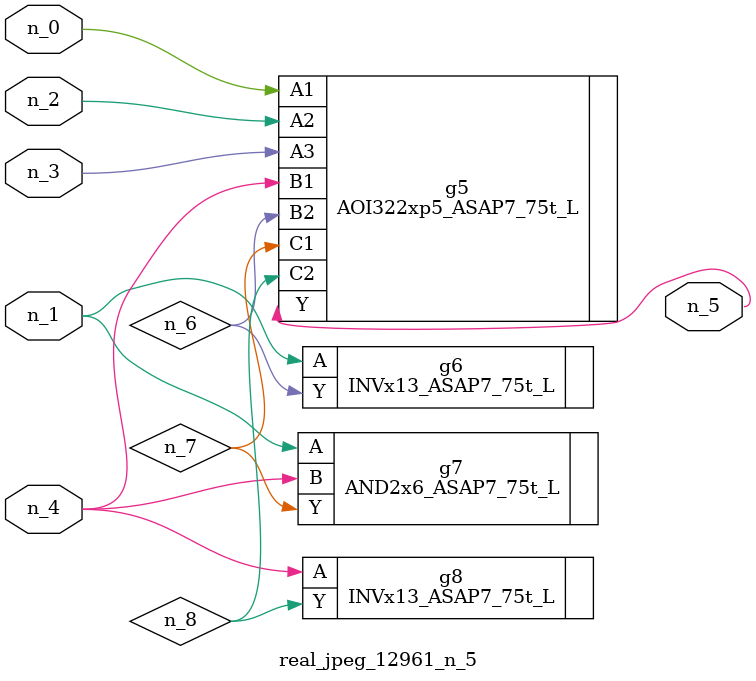
<source format=v>
module real_jpeg_12961_n_5 (n_4, n_0, n_1, n_2, n_3, n_5);

input n_4;
input n_0;
input n_1;
input n_2;
input n_3;

output n_5;

wire n_8;
wire n_6;
wire n_7;

AOI322xp5_ASAP7_75t_L g5 ( 
.A1(n_0),
.A2(n_2),
.A3(n_3),
.B1(n_4),
.B2(n_6),
.C1(n_7),
.C2(n_8),
.Y(n_5)
);

INVx13_ASAP7_75t_L g6 ( 
.A(n_1),
.Y(n_6)
);

AND2x6_ASAP7_75t_L g7 ( 
.A(n_1),
.B(n_4),
.Y(n_7)
);

INVx13_ASAP7_75t_L g8 ( 
.A(n_4),
.Y(n_8)
);


endmodule
</source>
